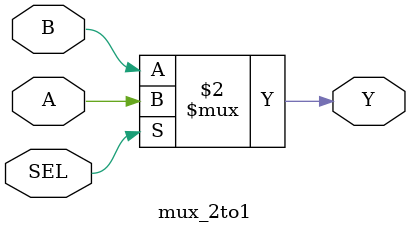
<source format=v>
module mux_2to1 (
    A,
    B,
    SEL,
    Y
);

    // Module ports
    input A;
    input B;
    input SEL;
    output Y;

    // Implement 2:1 MUX
    assign Y = (SEL == 1'b1) ? A : B;

endmodule
</source>
